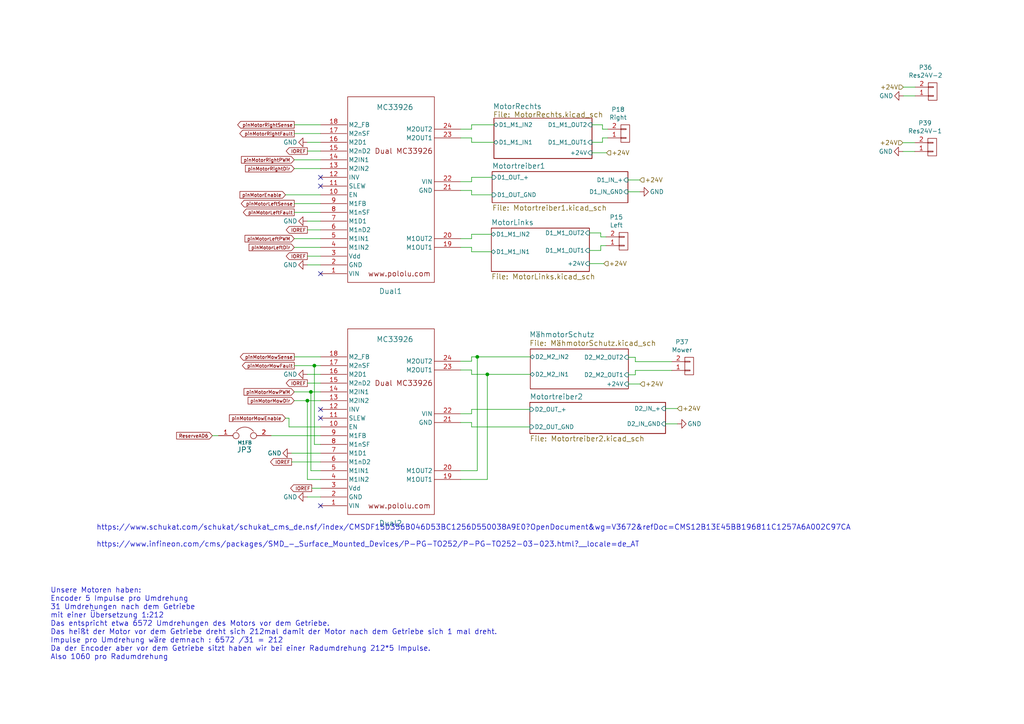
<source format=kicad_sch>
(kicad_sch (version 20201015) (generator eeschema)
  (paper "A4")
  (title_block (title "Ardumower shield SVN Version") (date "2021-01-07") (rev "1.4") (company "ML AG JL UZ") (comment 1 "Unterspannungsschutz von AlexanderG"))
  (lib_symbols
    (symbol "ardumower-mega-shield-svn-rescue:CONN_01X02-RESCUE-ardumower_mega_shield_svn" (pin_names hide)
      (property "Reference" "J" (at 0 3.81 0))
      (property "Value" "CONN_01X02-RESCUE-ardumower_mega_shield_svn" (at 2.54 0 90))
      (symbol "CONN_01X02-RESCUE-ardumower_mega_shield_svn_0_1"
        (rectangle (start -1.27 -1.143) (end 0.254 -1.397))
        (rectangle (start -1.27 1.397) (end 0.254 1.143))
        (rectangle (start -1.27 2.54) (end 1.27 -2.54))
      )
      (symbol "CONN_01X02-RESCUE-ardumower_mega_shield_svn_1_1"
        (pin passive line (at -5.08 1.27 0) (length 3.81) (name "P1") (number "1"))
        (pin passive line (at -5.08 -1.27 0) (length 3.81) (name "P2") (number "2"))
      )
    )
    (symbol "ardumower-mega-shield-svn-rescue:GND-RESCUE-ardumower_mega_shield_svn" (power) (pin_names (offset 0))
      (property "Value" "GND-RESCUE-ardumower_mega_shield_svn" (at 0 -3.81 0))
      (symbol "GND-RESCUE-ardumower_mega_shield_svn_0_1"
        (polyline (pts (xy 0 0) (xy 0 -1.27) (xy 1.27 -1.27) (xy 0 -2.54) (xy -1.27 -1.27) (xy 0 -1.27)))
      )
      (symbol "GND-RESCUE-ardumower_mega_shield_svn_1_1"
        (pin power_in line (at 0 0 270) (length 0) hide (name "GND") (number "1"))
      )
    )
    (symbol "ardumower-mega-shield-svn-rescue:Jumper-RESCUE-ardumower_mega_shield_svn" (pin_names (offset 0.762) hide)
      (property "Reference" "JP" (at 0 3.81 0))
      (property "Value" "Jumper-RESCUE-ardumower_mega_shield_svn" (at 0 -2.032 0))
      (symbol "Jumper-RESCUE-ardumower_mega_shield_svn_0_1"
        (arc (start -2.4892 1.27) (end 2.5146 1.27) (radius (at 0 -0.6604) (length 3.175) (angles 142.6 37.3)))
        (circle (center -2.54 0) (radius 0.889))
        (circle (center 2.54 0) (radius 0.889))
        (pin passive line (at -7.62 0 0) (length 4.191) (name "1") (number "1"))
        (pin passive line (at 7.62 0 180) (length 4.191) (name "2") (number "2"))
      )
    )
    (symbol "ardumower-mega-shield-svn-rescue:MC33926-RESCUE-ardumower_mega_shield_svn"
      (property "Reference" "U" (at -1.27 -24.13 0))
      (property "Value" "MC33926-RESCUE-ardumower_mega_shield_svn" (at -0.762 27.94 0))
      (symbol "MC33926-RESCUE-ardumower_mega_shield_svn_0_0"
        (text "Dual MC33926" (at 2.54 16.51 0) (effects (font (size 1.524 1.524))))
        (text "www.pololu.com" (at 1.27 -19.05 0) (effects (font (size 1.524 1.524))))
      )
      (symbol "MC33926-RESCUE-ardumower_mega_shield_svn_0_1"
        (rectangle (start -13.716 32.258) (end 11.43 -21.59))
      )
      (symbol "MC33926-RESCUE-ardumower_mega_shield_svn_1_1"
        (pin input line (at -21.59 -19.05 0) (length 7.62) (name "VIN") (number "1"))
        (pin input line (at -21.59 3.81 0) (length 7.62) (name "EN") (number "10"))
        (pin input line (at -21.59 6.35 0) (length 7.62) (name "SLEW") (number "11"))
        (pin input line (at -21.59 8.89 0) (length 7.62) (name "INV") (number "12"))
        (pin input line (at -21.59 11.43 0) (length 7.62) (name "M2IN2") (number "13"))
        (pin input line (at -21.59 13.97 0) (length 7.62) (name "M2IN1") (number "14"))
        (pin input line (at -21.59 16.51 0) (length 7.62) (name "M2nD2") (number "15"))
        (pin input line (at -21.59 19.05 0) (length 7.62) (name "M2D1") (number "16"))
        (pin input line (at -21.59 21.59 0) (length 7.62) (name "M2nSF") (number "17"))
        (pin input line (at -21.59 24.13 0) (length 7.62) (name "M2_FB") (number "18"))
        (pin input line (at 19.05 -11.43 180) (length 7.62) (name "M1OUT1") (number "19"))
        (pin input line (at -21.59 -16.51 0) (length 7.62) (name "GND") (number "2"))
        (pin input line (at 19.05 -8.89 180) (length 7.62) (name "M1OUT2") (number "20"))
        (pin input line (at 19.05 5.08 180) (length 7.62) (name "GND") (number "21"))
        (pin input line (at 19.05 7.62 180) (length 7.62) (name "VIN") (number "22"))
        (pin input line (at 19.05 20.32 180) (length 7.62) (name "M2OUT1") (number "23"))
        (pin input line (at 19.05 22.86 180) (length 7.62) (name "M2OUT2") (number "24"))
        (pin input line (at -21.59 -13.97 0) (length 7.62) (name "Vdd") (number "3"))
        (pin input line (at -21.59 -11.43 0) (length 7.62) (name "M1IN2") (number "4"))
        (pin input line (at -21.59 -8.89 0) (length 7.62) (name "M1IN1") (number "5"))
        (pin input line (at -21.59 -6.35 0) (length 7.62) (name "M1nD2") (number "6"))
        (pin input line (at -21.59 -3.81 0) (length 7.62) (name "M1D1") (number "7"))
        (pin input line (at -21.59 -1.27 0) (length 7.62) (name "M1nSF") (number "8"))
        (pin input line (at -21.59 1.27 0) (length 7.62) (name "M1FB") (number "9"))
      )
    )
  )
  (junction (at 89.154 116.205) (diameter 0.9144))
  (junction (at 90.17 113.665) (diameter 0.9144))
  (junction (at 91.186 106.045) (diameter 0.9144))
  (junction (at 138.43 103.505) (diameter 0.9144))
  (junction (at 141.351 108.585) (diameter 0.9144))
  (no_connect (at 92.964 51.435))
  (no_connect (at 92.964 118.745))
  (no_connect (at 92.964 121.285))
  (no_connect (at 92.964 79.375))
  (no_connect (at 92.964 53.975))
  (no_connect (at 92.964 146.685))
  (wire (pts (xy 63.373 126.365) (xy 61.595 126.365)))
  (wire (pts (xy 78.613 126.365) (xy 92.964 126.365)))
  (wire (pts (xy 82.804 56.515) (xy 92.964 56.515)))
  (wire (pts (xy 83.82 121.285) (xy 82.804 121.285)))
  (wire (pts (xy 83.82 123.825) (xy 83.82 121.285)))
  (wire (pts (xy 83.82 123.825) (xy 92.964 123.825)))
  (wire (pts (xy 84.582 131.445) (xy 92.964 131.445)))
  (wire (pts (xy 85.344 36.195) (xy 92.964 36.195)))
  (wire (pts (xy 85.344 38.735) (xy 92.964 38.735)))
  (wire (pts (xy 85.344 46.355) (xy 92.964 46.355)))
  (wire (pts (xy 85.344 48.895) (xy 92.964 48.895)))
  (wire (pts (xy 85.344 59.055) (xy 92.964 59.055)))
  (wire (pts (xy 85.344 61.595) (xy 92.964 61.595)))
  (wire (pts (xy 85.344 69.215) (xy 92.964 69.215)))
  (wire (pts (xy 85.344 71.755) (xy 92.964 71.755)))
  (wire (pts (xy 85.344 103.505) (xy 92.964 103.505)))
  (wire (pts (xy 85.344 106.045) (xy 91.186 106.045)))
  (wire (pts (xy 85.344 113.665) (xy 90.17 113.665)))
  (wire (pts (xy 85.344 116.205) (xy 89.154 116.205)))
  (wire (pts (xy 89.154 41.275) (xy 92.964 41.275)))
  (wire (pts (xy 89.154 43.815) (xy 92.964 43.815)))
  (wire (pts (xy 89.154 74.295) (xy 92.964 74.295)))
  (wire (pts (xy 89.154 76.835) (xy 92.964 76.835)))
  (wire (pts (xy 89.154 108.585) (xy 92.964 108.585)))
  (wire (pts (xy 89.154 116.205) (xy 89.154 139.065)))
  (wire (pts (xy 89.154 116.205) (xy 92.964 116.205)))
  (wire (pts (xy 89.154 139.065) (xy 92.964 139.065)))
  (wire (pts (xy 89.154 144.145) (xy 92.964 144.145)))
  (wire (pts (xy 90.17 113.665) (xy 92.964 113.665)))
  (wire (pts (xy 90.17 136.525) (xy 90.17 113.665)))
  (wire (pts (xy 91.186 106.045) (xy 92.964 106.045)))
  (wire (pts (xy 91.186 128.905) (xy 91.186 106.045)))
  (wire (pts (xy 92.964 64.135) (xy 89.154 64.135)))
  (wire (pts (xy 92.964 66.675) (xy 89.154 66.675)))
  (wire (pts (xy 92.964 111.125) (xy 89.154 111.125)))
  (wire (pts (xy 92.964 128.905) (xy 91.186 128.905)))
  (wire (pts (xy 92.964 133.985) (xy 84.582 133.985)))
  (wire (pts (xy 92.964 136.525) (xy 90.17 136.525)))
  (wire (pts (xy 92.964 141.605) (xy 90.424 141.605)))
  (wire (pts (xy 133.604 136.525) (xy 138.43 136.525)))
  (wire (pts (xy 133.604 139.065) (xy 141.351 139.065)))
  (wire (pts (xy 136.779 36.195) (xy 136.779 37.465)))
  (wire (pts (xy 136.779 36.195) (xy 143.256 36.195)))
  (wire (pts (xy 136.779 37.465) (xy 133.604 37.465)))
  (wire (pts (xy 136.779 40.005) (xy 133.604 40.005)))
  (wire (pts (xy 136.779 41.275) (xy 136.779 40.005)))
  (wire (pts (xy 136.779 41.275) (xy 143.256 41.275)))
  (wire (pts (xy 136.779 51.435) (xy 142.748 51.435)))
  (wire (pts (xy 136.779 52.705) (xy 133.604 52.705)))
  (wire (pts (xy 136.779 52.705) (xy 136.779 51.435)))
  (wire (pts (xy 136.779 55.245) (xy 133.604 55.245)))
  (wire (pts (xy 136.779 55.245) (xy 136.779 56.515)))
  (wire (pts (xy 136.779 56.515) (xy 142.748 56.515)))
  (wire (pts (xy 136.779 67.945) (xy 136.779 69.215)))
  (wire (pts (xy 136.779 67.945) (xy 142.494 67.945)))
  (wire (pts (xy 136.779 69.215) (xy 133.604 69.215)))
  (wire (pts (xy 136.779 71.755) (xy 133.604 71.755)))
  (wire (pts (xy 136.779 73.025) (xy 136.779 71.755)))
  (wire (pts (xy 136.779 73.025) (xy 142.494 73.025)))
  (wire (pts (xy 136.779 103.505) (xy 136.779 104.775)))
  (wire (pts (xy 136.779 103.505) (xy 138.43 103.505)))
  (wire (pts (xy 136.779 104.775) (xy 133.604 104.775)))
  (wire (pts (xy 136.779 107.315) (xy 133.604 107.315)))
  (wire (pts (xy 136.779 108.585) (xy 136.779 107.315)))
  (wire (pts (xy 136.779 108.585) (xy 141.351 108.585)))
  (wire (pts (xy 136.779 118.745) (xy 153.67 118.745)))
  (wire (pts (xy 136.779 120.015) (xy 133.604 120.015)))
  (wire (pts (xy 136.779 120.015) (xy 136.779 118.745)))
  (wire (pts (xy 136.779 122.555) (xy 133.604 122.555)))
  (wire (pts (xy 136.779 122.555) (xy 136.779 123.825)))
  (wire (pts (xy 136.779 123.825) (xy 153.67 123.825)))
  (wire (pts (xy 138.43 103.505) (xy 153.797 103.505)))
  (wire (pts (xy 138.43 136.525) (xy 138.43 103.505)))
  (wire (pts (xy 141.351 108.585) (xy 153.797 108.585)))
  (wire (pts (xy 141.351 139.065) (xy 141.351 108.585)))
  (wire (pts (xy 174.244 67.564) (xy 170.942 67.564)))
  (wire (pts (xy 174.244 67.564) (xy 174.244 68.707)))
  (wire (pts (xy 174.244 68.707) (xy 175.768 68.707)))
  (wire (pts (xy 174.244 71.247) (xy 175.768 71.247)))
  (wire (pts (xy 174.244 72.644) (xy 170.942 72.644)))
  (wire (pts (xy 174.244 72.644) (xy 174.244 71.247)))
  (wire (pts (xy 174.752 36.195) (xy 171.704 36.195)))
  (wire (pts (xy 174.752 36.195) (xy 174.752 37.465)))
  (wire (pts (xy 174.752 37.465) (xy 176.276 37.465)))
  (wire (pts (xy 174.752 40.005) (xy 176.276 40.005)))
  (wire (pts (xy 174.752 41.275) (xy 171.704 41.275)))
  (wire (pts (xy 174.752 41.275) (xy 174.752 40.005)))
  (wire (pts (xy 175.133 76.454) (xy 170.942 76.454)))
  (wire (pts (xy 175.895 44.323) (xy 171.704 44.323)))
  (wire (pts (xy 182.118 52.197) (xy 185.547 52.197)))
  (wire (pts (xy 182.118 55.626) (xy 185.547 55.626)))
  (wire (pts (xy 182.245 111.379) (xy 185.674 111.379)))
  (wire (pts (xy 184.277 103.632) (xy 182.245 103.632)))
  (wire (pts (xy 184.277 103.632) (xy 184.277 104.902)))
  (wire (pts (xy 184.277 107.442) (xy 184.277 108.712)))
  (wire (pts (xy 184.277 108.712) (xy 182.245 108.712)))
  (wire (pts (xy 193.04 118.491) (xy 196.469 118.491)))
  (wire (pts (xy 193.04 122.936) (xy 196.469 122.936)))
  (wire (pts (xy 194.818 104.902) (xy 184.277 104.902)))
  (wire (pts (xy 194.818 107.442) (xy 184.277 107.442)))
  (wire (pts (xy 265.303 41.402) (xy 261.874 41.402)))
  (wire (pts (xy 265.303 43.942) (xy 261.874 43.942)))
  (wire (pts (xy 265.43 25.273) (xy 262.001 25.273)))
  (wire (pts (xy 265.43 27.813) (xy 262.001 27.813)))
  (text "Unsere Motoren haben:\nEncoder 5 Impulse pro Umdrehung\n31 Umdrehungen nach dem Getriebe\nmit einer Übersetzung 1:212\nDas entspricht etwa 6572 Umdrehungen des Motors vor dem Getriebe.\nDas heißt der Motor vor dem Getriebe dreht sich 212mal damit der Motor nach dem Getriebe sich 1 mal dreht.\nImpulse pro Umdrehung wäre demnach : 6572 /31 = 212\nDa der Encoder aber vor dem Getriebe sitzt haben wir bei einer Radumdrehung 212*5 Impulse.\nAlso 1060 pro Radumdrehung" (at 14.605 191.516 0) (effects (font (size 1.5 1.5)) (justify left bottom)))
  (text "https://www.schukat.com/schukat/schukat_cms_de.nsf/index/CMSDF15D356B046D53BC1256D550038A9E0?OpenDocument&wg=V3672&refDoc=CMS12B13E45BB196811C1257A6A002C97CA\n\nhttps://www.infineon.com/cms/packages/SMD_-_Surface_Mounted_Devices/P-PG-TO252/P-PG-TO252-03-023.html?__locale=de_AT" (at 27.94 158.877 0) (effects (font (size 1.524 1.524)) (justify left bottom)))
  (global_label "ReserveAD6" (shape input) (at 61.595 126.365 180) (property "Intersheet References" "${INTERSHEET_REFS}" (effects hide)) (effects (font (size 0.9906 0.9906))))
  (global_label "pinMotorEnable" (shape input) (at 82.804 56.515 180) (property "Intersheet References" "${INTERSHEET_REFS}" (effects hide)) (effects (font (size 0.9906 0.9906))))
  (global_label "pinMotorMowEnable" (shape input) (at 82.804 121.285 180) (property "Intersheet References" "${INTERSHEET_REFS}" (effects hide)) (effects (font (size 0.9906 0.9906))))
  (global_label "IOREF" (shape output) (at 84.582 133.985 180) (property "Intersheet References" "${INTERSHEET_REFS}" (effects hide)) (effects (font (size 0.9906 0.9906))))
  (global_label "pinMotorRightSense" (shape output) (at 85.344 36.195 180) (property "Intersheet References" "${INTERSHEET_REFS}" (effects hide)) (effects (font (size 0.9906 0.9906))))
  (global_label "pinMotorRightFault" (shape output) (at 85.344 38.735 180) (property "Intersheet References" "${INTERSHEET_REFS}" (effects hide)) (effects (font (size 0.9906 0.9906))))
  (global_label "pinMotorRightPWM" (shape input) (at 85.344 46.355 180) (property "Intersheet References" "${INTERSHEET_REFS}" (effects hide)) (effects (font (size 0.9906 0.9906))))
  (global_label "pinMotorRightDir" (shape input) (at 85.344 48.895 180) (property "Intersheet References" "${INTERSHEET_REFS}" (effects hide)) (effects (font (size 0.9906 0.9906))))
  (global_label "pinMotorLeftSense" (shape output) (at 85.344 59.055 180) (property "Intersheet References" "${INTERSHEET_REFS}" (effects hide)) (effects (font (size 0.9906 0.9906))))
  (global_label "pinMotorLeftFault" (shape output) (at 85.344 61.595 180) (property "Intersheet References" "${INTERSHEET_REFS}" (effects hide)) (effects (font (size 0.9906 0.9906))))
  (global_label "pinMotorLeftPWM" (shape input) (at 85.344 69.215 180) (property "Intersheet References" "${INTERSHEET_REFS}" (effects hide)) (effects (font (size 0.9906 0.9906))))
  (global_label "pinMotorLeftDir" (shape input) (at 85.344 71.755 180) (property "Intersheet References" "${INTERSHEET_REFS}" (effects hide)) (effects (font (size 0.9906 0.9906))))
  (global_label "pinMotorMowSense" (shape output) (at 85.344 103.505 180) (property "Intersheet References" "${INTERSHEET_REFS}" (effects hide)) (effects (font (size 0.9906 0.9906))))
  (global_label "pinMotorMowFault" (shape output) (at 85.344 106.045 180) (property "Intersheet References" "${INTERSHEET_REFS}" (effects hide)) (effects (font (size 0.9906 0.9906))))
  (global_label "pinMotorMowPWM" (shape input) (at 85.344 113.665 180) (property "Intersheet References" "${INTERSHEET_REFS}" (effects hide)) (effects (font (size 0.9906 0.9906))))
  (global_label "pinMotorMowDir" (shape input) (at 85.344 116.205 180) (property "Intersheet References" "${INTERSHEET_REFS}" (effects hide)) (effects (font (size 0.9906 0.9906))))
  (global_label "IOREF" (shape output) (at 89.154 43.815 180) (property "Intersheet References" "${INTERSHEET_REFS}" (effects hide)) (effects (font (size 0.9906 0.9906))))
  (global_label "IOREF" (shape output) (at 89.154 66.675 180) (property "Intersheet References" "${INTERSHEET_REFS}" (effects hide)) (effects (font (size 0.9906 0.9906))))
  (global_label "IOREF" (shape output) (at 89.154 74.295 180) (property "Intersheet References" "${INTERSHEET_REFS}" (effects hide)) (effects (font (size 0.9906 0.9906))))
  (global_label "IOREF" (shape output) (at 89.154 111.125 180) (property "Intersheet References" "${INTERSHEET_REFS}" (effects hide)) (effects (font (size 0.9906 0.9906))))
  (global_label "IOREF" (shape output) (at 90.424 141.605 180) (property "Intersheet References" "${INTERSHEET_REFS}" (effects hide)) (effects (font (size 0.9906 0.9906))))
  (hierarchical_label "+24V" (shape input) (at 175.133 76.454 0))
  (hierarchical_label "+24V" (shape input) (at 175.895 44.323 0))
  (hierarchical_label "+24V" (shape input) (at 185.547 52.197 0))
  (hierarchical_label "+24V" (shape input) (at 185.674 111.379 0))
  (hierarchical_label "+24V" (shape input) (at 196.469 118.491 0))
  (hierarchical_label "+24V" (shape input) (at 261.874 41.402 180))
  (hierarchical_label "+24V" (shape input) (at 262.001 25.273 180))
  (symbol (lib_id "ardumower-mega-shield-svn-rescue:GND-RESCUE-ardumower_mega_shield_svn") (at 84.582 131.445 270) (mirror x) (unit 1)
    (property "Reference" "#PWR018" (effects hide))
    (property "Value" "GND" (at 79.629 131.445 90))
  )
  (symbol (lib_id "ardumower-mega-shield-svn-rescue:GND-RESCUE-ardumower_mega_shield_svn") (at 89.154 41.275 270) (mirror x) (unit 1)
    (property "Reference" "#PWR016" (effects hide))
    (property "Value" "GND" (at 84.201 41.275 90))
  )
  (symbol (lib_id "ardumower-mega-shield-svn-rescue:GND-RESCUE-ardumower_mega_shield_svn") (at 89.154 64.135 270) (mirror x) (unit 1)
    (property "Reference" "#PWR015" (effects hide))
    (property "Value" "GND" (at 84.201 64.135 90))
  )
  (symbol (lib_id "ardumower-mega-shield-svn-rescue:GND-RESCUE-ardumower_mega_shield_svn") (at 89.154 76.835 270) (mirror x) (unit 1)
    (property "Reference" "#PWR014" (effects hide))
    (property "Value" "GND" (at 84.201 76.835 90))
  )
  (symbol (lib_id "ardumower-mega-shield-svn-rescue:GND-RESCUE-ardumower_mega_shield_svn") (at 89.154 108.585 270) (mirror x) (unit 1)
    (property "Reference" "#PWR017" (effects hide))
    (property "Value" "GND" (at 84.201 108.585 90))
  )
  (symbol (lib_id "ardumower-mega-shield-svn-rescue:GND-RESCUE-ardumower_mega_shield_svn") (at 89.154 144.145 270) (mirror x) (unit 1)
    (property "Reference" "#PWR019" (effects hide))
    (property "Value" "GND" (at 84.201 144.145 90))
  )
  (symbol (lib_id "ardumower-mega-shield-svn-rescue:GND-RESCUE-ardumower_mega_shield_svn") (at 185.547 55.626 90) (unit 1)
    (property "Reference" "#PWR013" (effects hide))
    (property "Value" "GND" (at 190.5 55.626 90))
  )
  (symbol (lib_id "ardumower-mega-shield-svn-rescue:GND-RESCUE-ardumower_mega_shield_svn") (at 196.469 122.936 90) (unit 1)
    (property "Reference" "#PWR020" (effects hide))
    (property "Value" "GND" (at 201.422 122.936 90))
  )
  (symbol (lib_id "ardumower-mega-shield-svn-rescue:GND-RESCUE-ardumower_mega_shield_svn") (at 261.874 43.942 270) (mirror x) (unit 1)
    (property "Reference" "#PWR021" (effects hide))
    (property "Value" "GND" (at 256.921 43.942 90))
  )
  (symbol (lib_id "ardumower-mega-shield-svn-rescue:GND-RESCUE-ardumower_mega_shield_svn") (at 262.001 27.813 270) (mirror x) (unit 1)
    (property "Reference" "#PWR022" (effects hide))
    (property "Value" "GND" (at 257.048 27.813 90))
  )
  (symbol (lib_id "ardumower-mega-shield-svn-rescue:CONN_01X02-RESCUE-ardumower_mega_shield_svn") (at 180.848 69.977 0) (mirror x) (unit 1)
    (property "Reference" "P15" (at 178.7652 62.992 0))
    (property "Value" "Left" (at 178.7652 65.3034 0))
    (property "Footprint" "Terminal_Blocks:TerminalBlock_Pheonix_MKDS1.5-2pol" (effects hide))
    (property "Bestellnummer" "Value" (effects hide))
    (property "Bestücken (Assemble)" "NEIN (NO)" (effects hide))
  )
  (symbol (lib_id "ardumower-mega-shield-svn-rescue:CONN_01X02-RESCUE-ardumower_mega_shield_svn") (at 181.356 38.735 0) (mirror x) (unit 1)
    (property "Reference" "P18" (at 179.2732 31.75 0))
    (property "Value" "Right" (at 179.2732 34.0614 0))
    (property "Footprint" "Terminal_Blocks:TerminalBlock_Pheonix_MKDS1.5-2pol" (effects hide))
    (property "Bestellnummer" "Value" (effects hide))
    (property "Hersteller" "Value" (effects hide))
    (property "Hersteller Bestellnummer" "Value" (effects hide))
    (property "Bestücken (Assemble)" "NEIN (NO)" (effects hide))
  )
  (symbol (lib_id "ardumower-mega-shield-svn-rescue:CONN_01X02-RESCUE-ardumower_mega_shield_svn") (at 199.898 106.172 0) (mirror x) (unit 1)
    (property "Reference" "P37" (at 197.8152 99.187 0))
    (property "Value" "Mower" (at 197.8152 101.4984 0))
    (property "Footprint" "Zimprich:Anschlussklemme_RM5,08-RM7,62" (effects hide))
    (property "Bestellnummer" "Value" (effects hide))
    (property "Bestücken (Assemble)" "NEIN (NO)" (effects hide))
  )
  (symbol (lib_id "ardumower-mega-shield-svn-rescue:CONN_01X02-RESCUE-ardumower_mega_shield_svn") (at 270.383 42.672 0) (mirror x) (unit 1)
    (property "Reference" "P39" (at 268.3002 35.687 0))
    (property "Value" "Res24V-1" (at 268.3002 37.9984 0))
    (property "Footprint" "Terminal_Blocks:TerminalBlock_Pheonix_MKDS1.5-2pol" (effects hide))
    (property "Bestellnummer" "Value" (effects hide))
    (property "Bestücken (Assemble)" "NEIN (NO)" (effects hide))
  )
  (symbol (lib_id "ardumower-mega-shield-svn-rescue:CONN_01X02-RESCUE-ardumower_mega_shield_svn") (at 270.51 26.543 0) (mirror x) (unit 1)
    (property "Reference" "P36" (at 268.4272 19.558 0))
    (property "Value" "Res24V-2" (at 268.4272 21.8694 0))
    (property "Footprint" "Terminal_Blocks:TerminalBlock_Pheonix_MKDS1.5-2pol" (effects hide))
    (property "Bestellnummer" "Value" (effects hide))
    (property "Bestücken (Assemble)" "NEIN (NO)" (effects hide))
  )
  (symbol (lib_id "ardumower-mega-shield-svn-rescue:Jumper-RESCUE-ardumower_mega_shield_svn") (at 70.993 126.365 0) (unit 1)
    (property "Reference" "JP3" (at 70.866 130.429 0) (effects (font (size 1.524 1.524))))
    (property "Value" "M1FB" (at 70.993 128.397 0) (effects (font (size 1.016 1.016))))
    (property "Footprint" "Zimprich:SJ" (effects hide))
    (property "Bestücken (Assemble)" "NEIN (NO)" (effects hide))
  )
  (symbol (lib_id "ardumower-mega-shield-svn-rescue:MC33926-RESCUE-ardumower_mega_shield_svn") (at 114.554 60.325 0) (unit 1)
    (property "Reference" "Dual1" (at 113.284 84.455 0) (effects (font (size 1.524 1.524))))
    (property "Value" "MC33926" (at 114.554 31.115 0) (effects (font (size 1.524 1.524))))
    (property "Footprint" "Zimprich:MC_33926_31polig_mit_Bohrloch_neue_Masse_mit_zweite_Lochreihe" (effects hide))
    (property "Bestelllink" "Value" (effects hide))
    (property "Bestücken (Assemble)" "NEIN (NO)" (effects hide))
  )
  (symbol (lib_id "ardumower-mega-shield-svn-rescue:MC33926-RESCUE-ardumower_mega_shield_svn") (at 114.554 127.635 0) (unit 1)
    (property "Reference" "Dual2" (at 113.284 151.765 0) (effects (font (size 1.524 1.524))))
    (property "Value" "MC33926" (at 114.554 98.425 0) (effects (font (size 1.524 1.524))))
    (property "Footprint" "Zimprich:MC_33926_31polig_mit_Bohrloch_neue_Masse_mit_zweite_Lochreihe" (effects hide))
    (property "Bestelllink" "Value" (effects hide))
    (property "Bestücken (Assemble)" "NEIN (NO)" (effects hide))
  )
  (sheet (at 142.494 66.167) (size 28.448 12.573)
    (property "Schaltplanname" "MotorLinks" (at 142.494 65.4045 0) (effects (font (size 1.524 1.524)) (justify left bottom)))
    (property "Dateiname Blatt" "MotorLinks.kicad_sch" (at 142.494 79.3501 0) (effects (font (size 1.524 1.524)) (justify left top)))
    (pin "D1_M1_IN1" bidirectional (at 142.494 73.025 180) (effects (font (size 1.2 1.2))))
    (pin "D1_M1_IN2" bidirectional (at 142.494 67.945 180) (effects (font (size 1.2 1.2))))
    (pin "D1_M1_OUT1" input (at 170.942 72.644 0) (effects (font (size 1.2 1.2))))
    (pin "D1_M1_OUT2" input (at 170.942 67.564 0) (effects (font (size 1.2 1.2))))
    (pin "+24V" input (at 170.942 76.454 0) (effects (font (size 1.2 1.2))))
  )
  (sheet (at 143.256 34.29) (size 28.448 11.684)
    (property "Schaltplanname" "MotorRechts" (at 143.002 31.7495 0) (effects (font (size 1.524 1.524)) (justify left bottom)))
    (property "Dateiname Blatt" "MotorRechts.kicad_sch" (at 143.002 32.3601 0) (effects (font (size 1.524 1.524)) (justify left top)))
    (pin "D1_M1_IN1" bidirectional (at 143.256 41.275 180) (effects (font (size 1.2 1.2))))
    (pin "D1_M1_IN2" bidirectional (at 143.256 36.195 180) (effects (font (size 1.2 1.2))))
    (pin "D1_M1_OUT1" input (at 171.704 41.275 0) (effects (font (size 1.2 1.2))))
    (pin "D1_M1_OUT2" input (at 171.704 36.195 0) (effects (font (size 1.2 1.2))))
    (pin "+24V" input (at 171.704 44.323 0) (effects (font (size 1.2 1.2))))
  )
  (sheet (at 142.748 49.784) (size 39.37 9.017)
    (property "Schaltplanname" "Motortreiber1" (at 142.748 49.0215 0) (effects (font (size 1.524 1.524)) (justify left bottom)))
    (property "Dateiname Blatt" "Motortreiber1.kicad_sch" (at 142.748 59.4111 0) (effects (font (size 1.524 1.524)) (justify left top)))
    (pin "D1_IN_+" input (at 182.118 52.197 0) (effects (font (size 1.2 1.2))))
    (pin "D1_IN_GND" input (at 182.118 55.626 0) (effects (font (size 1.2 1.2))))
    (pin "D1_OUT_+" input (at 142.748 51.435 180) (effects (font (size 1.2 1.2))))
    (pin "D1_OUT_GND" input (at 142.748 56.515 180) (effects (font (size 1.2 1.2))))
  )
  (sheet (at 153.67 116.713) (size 39.37 9.017)
    (property "Schaltplanname" "Motortreiber2" (at 153.67 115.9505 0) (effects (font (size 1.524 1.524)) (justify left bottom)))
    (property "Dateiname Blatt" "Motortreiber2.kicad_sch" (at 153.67 126.3401 0) (effects (font (size 1.524 1.524)) (justify left top)))
    (pin "D2_IN_+" input (at 193.04 118.491 0) (effects (font (size 1.2 1.2))))
    (pin "D2_IN_GND" input (at 193.04 122.936 0) (effects (font (size 1.2 1.2))))
    (pin "D2_OUT_+" input (at 153.67 118.745 180) (effects (font (size 1.2 1.2))))
    (pin "D2_OUT_GND" input (at 153.67 123.825 180) (effects (font (size 1.2 1.2))))
  )
  (sheet (at 153.797 101.219) (size 28.448 11.557)
    (property "Schaltplanname" "MähmotorSchutz" (at 153.543 97.9165 0) (effects (font (size 1.524 1.524)) (justify left bottom)))
    (property "Dateiname Blatt" "MähmotorSchutz.kicad_sch" (at 153.543 98.6541 0) (effects (font (size 1.524 1.524)) (justify left top)))
    (pin "D2_M2_IN1" bidirectional (at 153.797 108.585 180) (effects (font (size 1.2 1.2))))
    (pin "D2_M2_IN2" bidirectional (at 153.797 103.505 180) (effects (font (size 1.2 1.2))))
    (pin "D2_M2_OUT1" input (at 182.245 108.712 0) (effects (font (size 1.2 1.2))))
    (pin "D2_M2_OUT2" input (at 182.245 103.632 0) (effects (font (size 1.2 1.2))))
    (pin "+24V" input (at 182.245 111.379 0) (effects (font (size 1.2 1.2))))
  )
)
</source>
